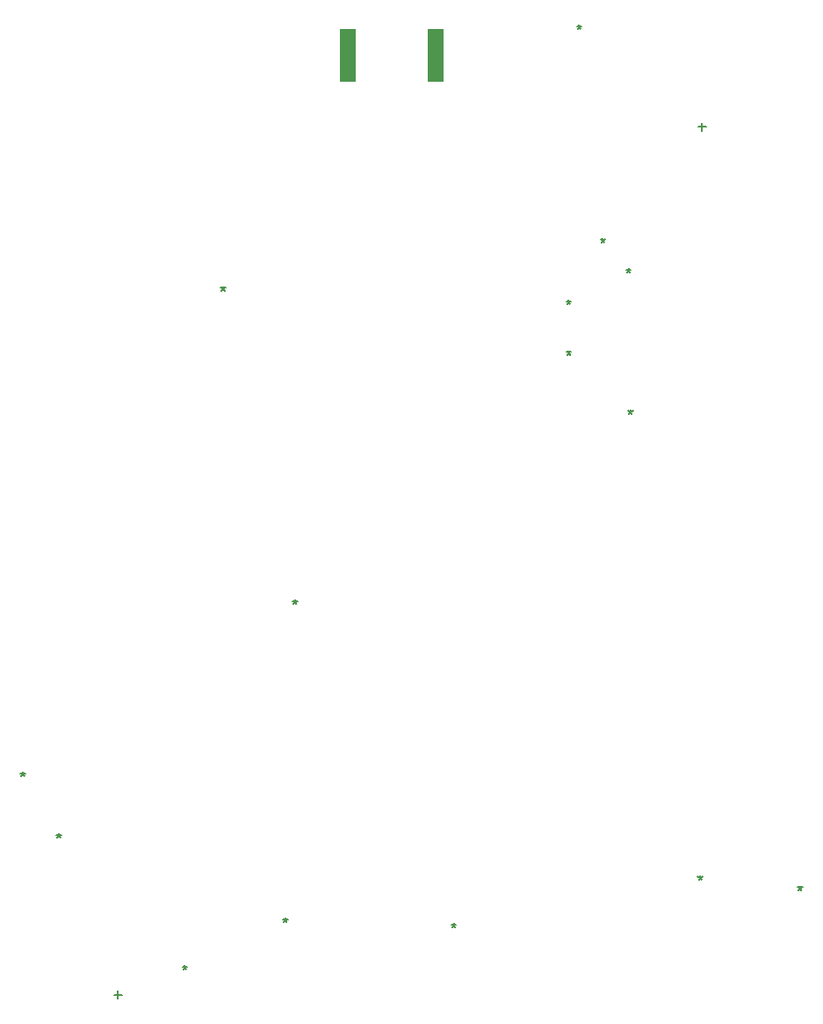
<source format=gbr>
G04 #@! TF.GenerationSoftware,KiCad,Pcbnew,(5.1.4)-1*
G04 #@! TF.CreationDate,2020-12-23T09:12:06-05:00*
G04 #@! TF.ProjectId,CameraTriggerR3SMD,43616d65-7261-4547-9269-676765725233,rev?*
G04 #@! TF.SameCoordinates,Original*
G04 #@! TF.FileFunction,Paste,Bot*
G04 #@! TF.FilePolarity,Positive*
%FSLAX46Y46*%
G04 Gerber Fmt 4.6, Leading zero omitted, Abs format (unit mm)*
G04 Created by KiCad (PCBNEW (5.1.4)-1) date 2020-12-23 09:12:06*
%MOMM*%
%LPD*%
G04 APERTURE LIST*
%ADD10C,0.150000*%
%ADD11R,1.500000X5.080000*%
G04 APERTURE END LIST*
D10*
X73004680Y-37730180D02*
X73004680Y-37968276D01*
X73242775Y-37873038D02*
X73004680Y-37968276D01*
X72766584Y-37873038D01*
X73147537Y-38158752D02*
X73004680Y-37968276D01*
X72861822Y-38158752D01*
X89347040Y-83602580D02*
X89347040Y-83840676D01*
X89585135Y-83745438D02*
X89347040Y-83840676D01*
X89108944Y-83745438D01*
X89489897Y-84031152D02*
X89347040Y-83840676D01*
X89204182Y-84031152D01*
X79740760Y-82606900D02*
X79740760Y-82844996D01*
X79978855Y-82749758D02*
X79740760Y-82844996D01*
X79502664Y-82749758D01*
X79883617Y-83035472D02*
X79740760Y-82844996D01*
X79597902Y-83035472D01*
X55981600Y-87194140D02*
X55981600Y-87432236D01*
X56219695Y-87336998D02*
X55981600Y-87432236D01*
X55743504Y-87336998D01*
X56124457Y-87622712D02*
X55981600Y-87432236D01*
X55838742Y-87622712D01*
X39735760Y-86675980D02*
X39735760Y-86914076D01*
X39973855Y-86818838D02*
X39735760Y-86914076D01*
X39497664Y-86818838D01*
X39878617Y-87104552D02*
X39735760Y-86914076D01*
X39592902Y-87104552D01*
X17917160Y-78563220D02*
X17917160Y-78801316D01*
X18155255Y-78706078D02*
X17917160Y-78801316D01*
X17679064Y-78706078D01*
X18060017Y-78991792D02*
X17917160Y-78801316D01*
X17774302Y-78991792D01*
X14442440Y-72634860D02*
X14442440Y-72872956D01*
X14680535Y-72777718D02*
X14442440Y-72872956D01*
X14204344Y-72777718D01*
X14585297Y-73063432D02*
X14442440Y-72872956D01*
X14299582Y-73063432D01*
X67071240Y-32045660D02*
X67071240Y-32283756D01*
X67309335Y-32188518D02*
X67071240Y-32283756D01*
X66833144Y-32188518D01*
X67214097Y-32474232D02*
X67071240Y-32283756D01*
X66928382Y-32474232D01*
X67050920Y-27163780D02*
X67050920Y-27401876D01*
X67289015Y-27306638D02*
X67050920Y-27401876D01*
X66812824Y-27306638D01*
X67193777Y-27592352D02*
X67050920Y-27401876D01*
X66908062Y-27592352D01*
X72831960Y-24136100D02*
X72831960Y-24374196D01*
X73070055Y-24278958D02*
X72831960Y-24374196D01*
X72593864Y-24278958D01*
X72974817Y-24564672D02*
X72831960Y-24374196D01*
X72689102Y-24564672D01*
X70352920Y-21225260D02*
X70352920Y-21463356D01*
X70591015Y-21368118D02*
X70352920Y-21463356D01*
X70114824Y-21368118D01*
X70495777Y-21653832D02*
X70352920Y-21463356D01*
X70210062Y-21653832D01*
X68066920Y-691900D02*
X68066920Y-929996D01*
X68305015Y-834758D02*
X68066920Y-929996D01*
X67828824Y-834758D01*
X68209777Y-1120472D02*
X68066920Y-929996D01*
X67924062Y-1120472D01*
X33746440Y-25868380D02*
X33746440Y-26106476D01*
X33984535Y-26011238D02*
X33746440Y-26106476D01*
X33508344Y-26011238D01*
X33889297Y-26296952D02*
X33746440Y-26106476D01*
X33603582Y-26296952D01*
X40665400Y-56063900D02*
X40665400Y-56301996D01*
X40903495Y-56206758D02*
X40665400Y-56301996D01*
X40427304Y-56206758D01*
X40808257Y-56492472D02*
X40665400Y-56301996D01*
X40522542Y-56492472D01*
X30048200Y-91258140D02*
X30048200Y-91496236D01*
X30286295Y-91400998D02*
X30048200Y-91496236D01*
X29810104Y-91400998D01*
X30191057Y-91686712D02*
X30048200Y-91496236D01*
X29905342Y-91686712D01*
X23972472Y-94127628D02*
X23210567Y-94127628D01*
X23591520Y-94508580D02*
X23591520Y-93746676D01*
X80294432Y-10505748D02*
X79532527Y-10505748D01*
X79913480Y-10886700D02*
X79913480Y-10124796D01*
D11*
X45747360Y-3606800D03*
X54247360Y-3606800D03*
M02*

</source>
